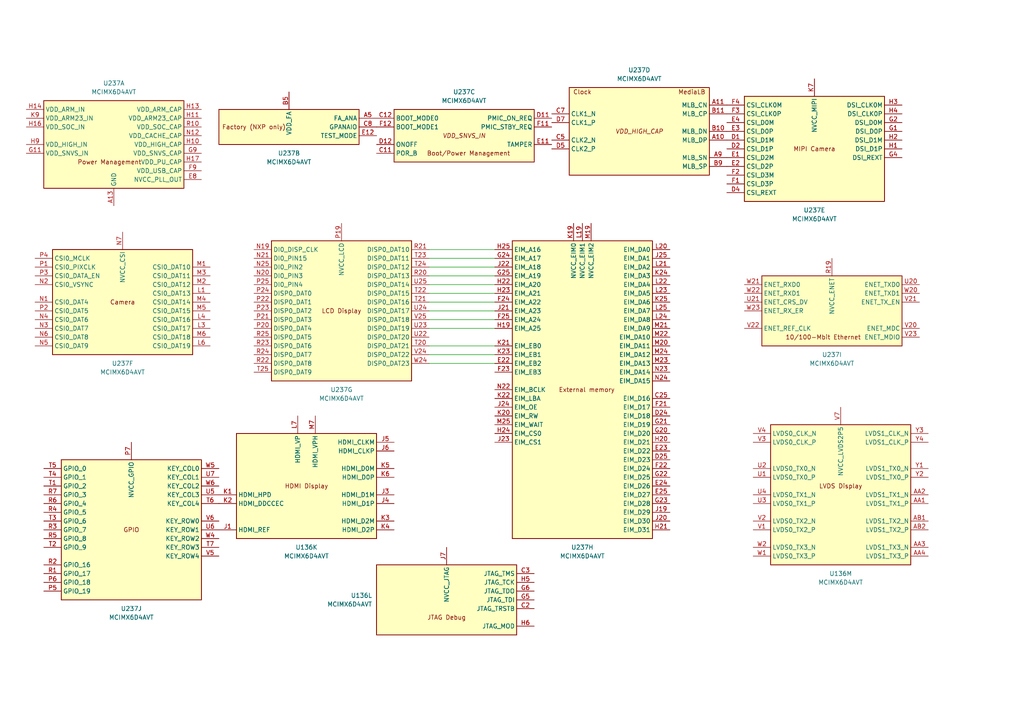
<source format=kicad_sch>
(kicad_sch (version 20250114) (generator "eeschema") (generator_version "9.0")
  (paper "A4")
  (wire (pts (xy 143.51 90.17) (xy 124.46 90.17)))
  (wire (pts (xy 143.51 77.47) (xy 124.46 77.47)))
  (wire (pts (xy 143.51 82.55) (xy 124.46 82.55)))
  (wire (pts (xy 143.51 72.39) (xy 124.46 72.39)))
  (wire (pts (xy 143.51 95.25) (xy 124.46 95.25)))
  (wire (pts (xy 143.51 105.41) (xy 124.46 105.41)))
  (wire (pts (xy 143.51 85.09) (xy 124.46 85.09)))
  (wire (pts (xy 143.51 102.87) (xy 124.46 102.87)))
  (wire (pts (xy 143.51 74.93) (xy 124.46 74.93)))
  (wire (pts (xy 143.51 100.33) (xy 124.46 100.33)))
  (wire (pts (xy 143.51 80.01) (xy 124.46 80.01)))
  (wire (pts (xy 143.51 92.71) (xy 124.46 92.71)))
  (wire (pts (xy 143.51 87.63) (xy 124.46 87.63)))
  (symbol (lib_id "CPU_NXP_IMX:MCIMX6D4AVT") (at 236.22 43.18 0) (unit 5)
    (property "Reference" "U237" (at 236.22 60.96 0))
    (property "Value" "MCIMX6D4AVT" (at 236.22 63.5 0))
    (property "Footprint" "Package_BGA:BGA-624_21x21mm_Layout25x25_P0.8mm" (effects (hide yes)))
    (property "Datasheet" "https://www.nxp.com/docs/en/data-sheet/IMX6DQAEC.pdf" (effects (hide yes)))
    (property "Description" "i.MX 6Dual Automotive and Infotainment Application Processor, BGA-624" (effects (hide yes)))
  )
  (symbol (lib_id "CPU_NXP_IMX:MCIMX6D4AVT") (at 241.3 90.17 0) (unit 9)
    (property "Reference" "U237" (at 241.3 102.87 0))
    (property "Value" "MCIMX6D4AVT" (at 241.3 105.41 0))
    (property "Footprint" "Package_BGA:BGA-624_21x21mm_Layout25x25_P0.8mm" (effects (hide yes)))
    (property "Datasheet" "https://www.nxp.com/docs/en/data-sheet/IMX6DQAEC.pdf" (effects (hide yes)))
    (property "Description" "i.MX 6Dual Automotive and Infotainment Application Processor, BGA-624" (effects (hide yes)))
  )
  (symbol (lib_id "CPU_NXP_IMX:MCIMX6D4AVT") (at 168.91 113.03 0) (unit 8)
    (property "Reference" "U237" (at 168.91 158.75 0))
    (property "Value" "MCIMX6D4AVT" (at 168.91 161.29 0))
    (property "Footprint" "Package_BGA:BGA-624_21x21mm_Layout25x25_P0.8mm" (effects (hide yes)))
    (property "Datasheet" "https://www.nxp.com/docs/en/data-sheet/IMX6DQAEC.pdf" (effects (hide yes)))
    (property "Description" "i.MX 6Dual Automotive and Infotainment Application Processor, BGA-624" (effects (hide yes)))
  )
  (symbol (lib_id "CPU_NXP_IMX:MCIMX6D4AVT") (at 243.84 143.51 0) (unit 13)
    (property "Reference" "U136" (at 243.84 166.37 0))
    (property "Value" "MCIMX6D4AVT" (at 243.84 168.91 0))
    (property "Footprint" "Package_BGA:BGA-624_21x21mm_Layout25x25_P0.8mm" (effects (hide yes)))
    (property "Datasheet" "https://www.nxp.com/docs/en/data-sheet/IMX6DQAEC.pdf" (effects (hide yes)))
    (property "Description" "i.MX 6Dual Automotive and Infotainment Application Processor, BGA-624" (effects (hide yes)))
  )
  (symbol (lib_id "CPU_NXP_IMX:MCIMX6D4AVT") (at 88.9 140.97 0) (unit 11)
    (property "Reference" "U136" (at 88.9 158.75 0))
    (property "Value" "MCIMX6D4AVT" (at 88.9 161.29 0))
    (property "Footprint" "Package_BGA:BGA-624_21x21mm_Layout25x25_P0.8mm" (effects (hide yes)))
    (property "Datasheet" "https://www.nxp.com/docs/en/data-sheet/IMX6DQAEC.pdf" (effects (hide yes)))
    (property "Description" "i.MX 6Dual Automotive and Infotainment Application Processor, BGA-624" (effects (hide yes)))
  )
  (symbol (lib_id "CPU_NXP_IMX:MCIMX6D4AVT") (at 129.54 173.99 0) (unit 12)
    (property "Reference" "U136" (at 107.95 172.7199 0) (effects (justify right)))
    (property "Value" "MCIMX6D4AVT" (at 107.95 175.2599 0) (effects (justify right)))
    (property "Footprint" "Package_BGA:BGA-624_21x21mm_Layout25x25_P0.8mm" (effects (hide yes)))
    (property "Datasheet" "https://www.nxp.com/docs/en/data-sheet/IMX6DQAEC.pdf" (effects (hide yes)))
    (property "Description" "i.MX 6Dual Automotive and Infotainment Application Processor, BGA-624" (effects (hide yes)))
  )
  (symbol (lib_id "CPU_NXP_IMX:MCIMX6D4AVT") (at 38.1 153.67 0) (unit 10)
    (property "Reference" "U237" (at 38.1 176.53 0))
    (property "Value" "MCIMX6D4AVT" (at 38.1 179.07 0))
    (property "Footprint" "Package_BGA:BGA-624_21x21mm_Layout25x25_P0.8mm" (effects (hide yes)))
    (property "Datasheet" "https://www.nxp.com/docs/en/data-sheet/IMX6DQAEC.pdf" (effects (hide yes)))
    (property "Description" "i.MX 6Dual Automotive and Infotainment Application Processor, BGA-624" (effects (hide yes)))
  )
  (symbol (lib_id "CPU_NXP_IMX:MCIMX6D4AVT") (at 134.62 39.37 0) (unit 3)
    (property "Reference" "U237" (at 134.62 26.67 0))
    (property "Value" "MCIMX6D4AVT" (at 134.62 29.21 0))
    (property "Footprint" "Package_BGA:BGA-624_21x21mm_Layout25x25_P0.8mm" (effects (hide yes)))
    (property "Datasheet" "https://www.nxp.com/docs/en/data-sheet/IMX6DQAEC.pdf" (effects (hide yes)))
    (property "Description" "i.MX 6Dual Automotive and Infotainment Application Processor, BGA-624" (effects (hide yes)))
  )
  (symbol (lib_id "CPU_NXP_IMX:MCIMX6D4AVT") (at 185.42 38.1 0) (unit 4)
    (property "Reference" "U237" (at 185.42 20.32 0))
    (property "Value" "MCIMX6D4AVT" (at 185.42 22.86 0))
    (property "Footprint" "Package_BGA:BGA-624_21x21mm_Layout25x25_P0.8mm" (effects (hide yes)))
    (property "Datasheet" "https://www.nxp.com/docs/en/data-sheet/IMX6DQAEC.pdf" (effects (hide yes)))
    (property "Description" "i.MX 6Dual Automotive and Infotainment Application Processor, BGA-624" (effects (hide yes)))
  )
  (symbol (lib_id "CPU_NXP_IMX:MCIMX6D4AVT") (at 33.02 41.91 0) (unit 1)
    (property "Reference" "U237" (at 33.02 24.13 0))
    (property "Value" "MCIMX6D4AVT" (at 33.02 26.67 0))
    (property "Footprint" "Package_BGA:BGA-624_21x21mm_Layout25x25_P0.8mm" (effects (hide yes)))
    (property "Datasheet" "https://www.nxp.com/docs/en/data-sheet/IMX6DQAEC.pdf" (effects (hide yes)))
    (property "Description" "i.MX 6Dual Automotive and Infotainment Application Processor, BGA-624" (effects (hide yes)))
  )
  (symbol (lib_id "CPU_NXP_IMX:MCIMX6D4AVT") (at 99.06 90.17 0) (unit 7)
    (property "Reference" "U237" (at 99.06 113.03 0))
    (property "Value" "MCIMX6D4AVT" (at 99.06 115.57 0))
    (property "Footprint" "Package_BGA:BGA-624_21x21mm_Layout25x25_P0.8mm" (effects (hide yes)))
    (property "Datasheet" "https://www.nxp.com/docs/en/data-sheet/IMX6DQAEC.pdf" (effects (hide yes)))
    (property "Description" "i.MX 6Dual Automotive and Infotainment Application Processor, BGA-624" (effects (hide yes)))
  )
  (symbol (lib_id "CPU_NXP_IMX:MCIMX6D4AVT") (at 35.56 87.63 0) (unit 6)
    (property "Reference" "U237" (at 35.56 105.41 0))
    (property "Value" "MCIMX6D4AVT" (at 35.56 107.95 0))
    (property "Footprint" "Package_BGA:BGA-624_21x21mm_Layout25x25_P0.8mm" (effects (hide yes)))
    (property "Datasheet" "https://www.nxp.com/docs/en/data-sheet/IMX6DQAEC.pdf" (effects (hide yes)))
    (property "Description" "i.MX 6Dual Automotive and Infotainment Application Processor, BGA-624" (effects (hide yes)))
  )
  (symbol (lib_id "CPU_NXP_IMX:MCIMX6D4AVT") (at 83.82 36.83 0) (unit 2)
    (property "Reference" "U237" (at 83.82 44.45 0))
    (property "Value" "MCIMX6D4AVT" (at 83.82 46.99 0))
    (property "Footprint" "Package_BGA:BGA-624_21x21mm_Layout25x25_P0.8mm" (effects (hide yes)))
    (property "Datasheet" "https://www.nxp.com/docs/en/data-sheet/IMX6DQAEC.pdf" (effects (hide yes)))
    (property "Description" "i.MX 6Dual Automotive and Infotainment Application Processor, BGA-624" (effects (hide yes)))
  )
)
</source>
